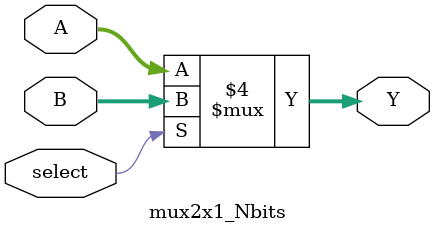
<source format=sv>
module mux2x1_Nbits #(parameter N = 8) (
    input logic [N-1:0] A,
    input logic [N-1:0] B,
    input logic select,
    output logic [N-1:0] Y
);
    always_comb begin
        $display("mux A: %d",A);
        $display("mux B: %d",B);
        if (select == 1'b0)
            Y = A;
        else
            Y = B;
         $display("mux: %d",Y);
    end
endmodule
 
</source>
